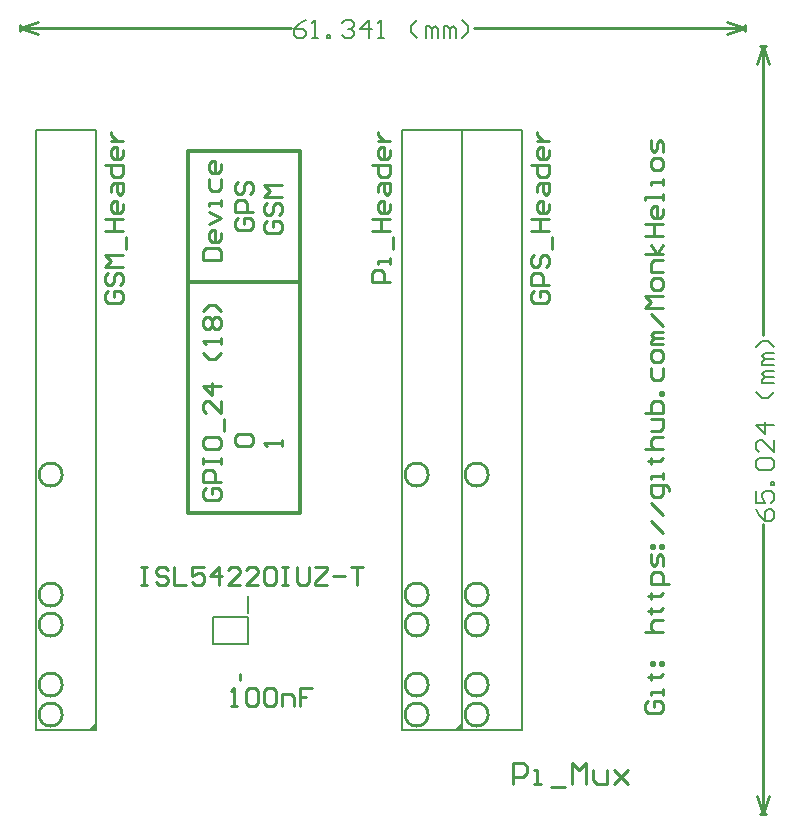
<source format=gto>
G04 Layer_Color=65535*
%FSLAX44Y44*%
%MOMM*%
G71*
G01*
G75*
%ADD12C,0.2540*%
%ADD14C,0.1524*%
%ADD19C,0.3048*%
%ADD20C,0.1270*%
%ADD21C,0.2000*%
D12*
X1096235Y946785D02*
G03*
X1096235Y946785I-9750J0D01*
G01*
Y845185D02*
G03*
X1096235Y845185I-9750J0D01*
G01*
Y819785D02*
G03*
X1096235Y819785I-9750J0D01*
G01*
X1406115Y946785D02*
G03*
X1406115Y946785I-9750J0D01*
G01*
Y845185D02*
G03*
X1406115Y845185I-9750J0D01*
G01*
Y819785D02*
G03*
X1406115Y819785I-9750J0D01*
G01*
Y768985D02*
G03*
X1406115Y768985I-9750J0D01*
G01*
Y743585D02*
G03*
X1406115Y743585I-9750J0D01*
G01*
X1456915Y768985D02*
G03*
X1456915Y768985I-9750J0D01*
G01*
Y743585D02*
G03*
X1456915Y743585I-9750J0D01*
G01*
Y819785D02*
G03*
X1456915Y819785I-9750J0D01*
G01*
Y845185D02*
G03*
X1456915Y845185I-9750J0D01*
G01*
Y946785D02*
G03*
X1456915Y946785I-9750J0D01*
G01*
X1096235Y768985D02*
G03*
X1096235Y768985I-9750J0D01*
G01*
Y743585D02*
G03*
X1096235Y743585I-9750J0D01*
G01*
X1247142Y772795D02*
Y777875D01*
X1218074Y935352D02*
X1215535Y932812D01*
Y927734D01*
X1218074Y925195D01*
X1228231D01*
X1230770Y927734D01*
Y932812D01*
X1228231Y935352D01*
X1223152D01*
Y930273D01*
X1230770Y940430D02*
X1215535D01*
Y948048D01*
X1218074Y950587D01*
X1223152D01*
X1225691Y948048D01*
Y940430D01*
X1215535Y955665D02*
Y960743D01*
Y958204D01*
X1230770D01*
Y955665D01*
Y960743D01*
X1215535Y975979D02*
Y970900D01*
X1218074Y968361D01*
X1228231D01*
X1230770Y970900D01*
Y975979D01*
X1228231Y978518D01*
X1218074D01*
X1215535Y975979D01*
X1233309Y983596D02*
Y993753D01*
X1230770Y1008988D02*
Y998831D01*
X1220613Y1008988D01*
X1218074D01*
X1215535Y1006449D01*
Y1001370D01*
X1218074Y998831D01*
X1230770Y1021684D02*
X1215535D01*
X1223152Y1014066D01*
Y1024223D01*
X1230770Y1049615D02*
X1225691Y1044536D01*
X1220613D01*
X1215535Y1049615D01*
X1230770Y1057232D02*
Y1062311D01*
Y1059771D01*
X1215535D01*
X1218074Y1057232D01*
Y1069928D02*
X1215535Y1072467D01*
Y1077546D01*
X1218074Y1080085D01*
X1220613D01*
X1223152Y1077546D01*
X1225691Y1080085D01*
X1228231D01*
X1230770Y1077546D01*
Y1072467D01*
X1228231Y1069928D01*
X1225691D01*
X1223152Y1072467D01*
X1220613Y1069928D01*
X1218074D01*
X1223152Y1072467D02*
Y1077546D01*
X1230770Y1085163D02*
X1225691Y1090242D01*
X1220613D01*
X1215535Y1085163D01*
Y1128329D02*
X1230770D01*
Y1135947D01*
X1228231Y1138486D01*
X1218074D01*
X1215535Y1135947D01*
Y1128329D01*
X1230770Y1151182D02*
Y1146104D01*
X1228231Y1143564D01*
X1223152D01*
X1220613Y1146104D01*
Y1151182D01*
X1223152Y1153721D01*
X1225691D01*
Y1143564D01*
X1220613Y1158799D02*
X1230770Y1163878D01*
X1220613Y1168956D01*
X1230770Y1174035D02*
Y1179113D01*
Y1176574D01*
X1220613D01*
Y1174035D01*
Y1196887D02*
Y1189270D01*
X1223152Y1186730D01*
X1228231D01*
X1230770Y1189270D01*
Y1196887D01*
Y1209583D02*
Y1204505D01*
X1228231Y1201965D01*
X1223152D01*
X1220613Y1204505D01*
Y1209583D01*
X1223152Y1212122D01*
X1225691D01*
Y1201965D01*
X1244991Y970900D02*
X1242452Y973439D01*
Y978518D01*
X1244991Y981057D01*
X1255148D01*
X1257687Y978518D01*
Y973439D01*
X1255148Y970900D01*
X1244991D01*
Y1163878D02*
X1242452Y1161339D01*
Y1156260D01*
X1244991Y1153721D01*
X1255148D01*
X1257687Y1156260D01*
Y1161339D01*
X1255148Y1163878D01*
X1250069D01*
Y1158799D01*
X1257687Y1168956D02*
X1242452D01*
Y1176574D01*
X1244991Y1179113D01*
X1250069D01*
X1252609Y1176574D01*
Y1168956D01*
X1244991Y1194348D02*
X1242452Y1191809D01*
Y1186730D01*
X1244991Y1184191D01*
X1247530D01*
X1250069Y1186730D01*
Y1191809D01*
X1252609Y1194348D01*
X1255148D01*
X1257687Y1191809D01*
Y1186730D01*
X1255148Y1184191D01*
X1282065Y970900D02*
Y975979D01*
Y973439D01*
X1266830D01*
X1269369Y970900D01*
Y1161339D02*
X1266830Y1158799D01*
Y1153721D01*
X1269369Y1151182D01*
X1279526D01*
X1282065Y1153721D01*
Y1158799D01*
X1279526Y1161339D01*
X1274447D01*
Y1156260D01*
X1269369Y1176574D02*
X1266830Y1174035D01*
Y1168956D01*
X1269369Y1166417D01*
X1271908D01*
X1274447Y1168956D01*
Y1174035D01*
X1276987Y1176574D01*
X1279526D01*
X1282065Y1174035D01*
Y1168956D01*
X1279526Y1166417D01*
X1282065Y1181652D02*
X1266830D01*
X1271908Y1186730D01*
X1266830Y1191809D01*
X1282065D01*
X1591949Y755012D02*
X1589410Y752473D01*
Y747394D01*
X1591949Y744855D01*
X1602106D01*
X1604645Y747394D01*
Y752473D01*
X1602106Y755012D01*
X1597027D01*
Y749933D01*
X1604645Y760090D02*
Y765168D01*
Y762629D01*
X1594488D01*
Y760090D01*
X1591949Y775325D02*
X1594488D01*
Y772786D01*
Y777864D01*
Y775325D01*
X1602106D01*
X1604645Y777864D01*
X1594488Y785482D02*
Y788021D01*
X1597027D01*
Y785482D01*
X1594488D01*
X1602106D02*
Y788021D01*
X1604645D01*
Y785482D01*
X1602106D01*
X1589410Y813413D02*
X1604645D01*
X1597027D01*
X1594488Y815952D01*
Y821030D01*
X1597027Y823569D01*
X1604645D01*
X1591949Y831187D02*
X1594488D01*
Y828648D01*
Y833726D01*
Y831187D01*
X1602106D01*
X1604645Y833726D01*
X1591949Y843883D02*
X1594488D01*
Y841344D01*
Y846422D01*
Y843883D01*
X1602106D01*
X1604645Y846422D01*
X1609723Y854040D02*
X1594488D01*
Y861657D01*
X1597027Y864196D01*
X1602106D01*
X1604645Y861657D01*
Y854040D01*
Y869275D02*
Y876892D01*
X1602106Y879431D01*
X1599567Y876892D01*
Y871814D01*
X1597027Y869275D01*
X1594488Y871814D01*
Y879431D01*
Y884510D02*
Y887049D01*
X1597027D01*
Y884510D01*
X1594488D01*
X1602106D02*
Y887049D01*
X1604645D01*
Y884510D01*
X1602106D01*
X1604645Y897206D02*
X1594488Y907362D01*
X1604645Y912441D02*
X1594488Y922598D01*
X1609723Y932754D02*
Y935293D01*
X1607184Y937832D01*
X1594488D01*
Y930215D01*
X1597027Y927676D01*
X1602106D01*
X1604645Y930215D01*
Y937832D01*
Y942911D02*
Y947989D01*
Y945450D01*
X1594488D01*
Y942911D01*
X1591949Y958146D02*
X1594488D01*
Y955607D01*
Y960685D01*
Y958146D01*
X1602106D01*
X1604645Y960685D01*
X1589410Y968303D02*
X1604645D01*
X1597027D01*
X1594488Y970842D01*
Y975920D01*
X1597027Y978459D01*
X1604645D01*
X1594488Y983538D02*
X1602106D01*
X1604645Y986077D01*
Y993695D01*
X1594488D01*
X1589410Y998773D02*
X1604645D01*
Y1006390D01*
X1602106Y1008930D01*
X1599567D01*
X1597027D01*
X1594488Y1006390D01*
Y998773D01*
X1604645Y1014008D02*
X1602106D01*
Y1016547D01*
X1604645D01*
Y1014008D01*
X1594488Y1036861D02*
Y1029243D01*
X1597027Y1026704D01*
X1602106D01*
X1604645Y1029243D01*
Y1036861D01*
Y1044478D02*
Y1049556D01*
X1602106Y1052096D01*
X1597027D01*
X1594488Y1049556D01*
Y1044478D01*
X1597027Y1041939D01*
X1602106D01*
X1604645Y1044478D01*
Y1057174D02*
X1594488D01*
Y1059713D01*
X1597027Y1062252D01*
X1604645D01*
X1597027D01*
X1594488Y1064791D01*
X1597027Y1067331D01*
X1604645D01*
Y1072409D02*
X1594488Y1082566D01*
X1604645Y1087644D02*
X1589410D01*
X1594488Y1092722D01*
X1589410Y1097801D01*
X1604645D01*
Y1105418D02*
Y1110497D01*
X1602106Y1113036D01*
X1597027D01*
X1594488Y1110497D01*
Y1105418D01*
X1597027Y1102879D01*
X1602106D01*
X1604645Y1105418D01*
Y1118114D02*
X1594488D01*
Y1125732D01*
X1597027Y1128271D01*
X1604645D01*
Y1133349D02*
X1589410D01*
X1599567D02*
X1594488Y1140967D01*
X1599567Y1133349D02*
X1604645Y1140967D01*
X1589410Y1148584D02*
X1604645D01*
X1597027D01*
Y1158741D01*
X1589410D01*
X1604645D01*
Y1171437D02*
Y1166359D01*
X1602106Y1163819D01*
X1597027D01*
X1594488Y1166359D01*
Y1171437D01*
X1597027Y1173976D01*
X1599567D01*
Y1163819D01*
X1604645Y1179054D02*
Y1184133D01*
Y1181594D01*
X1589410D01*
Y1179054D01*
X1604645Y1191750D02*
Y1196829D01*
Y1194290D01*
X1594488D01*
Y1191750D01*
X1604645Y1206985D02*
Y1212064D01*
X1602106Y1214603D01*
X1597027D01*
X1594488Y1212064D01*
Y1206985D01*
X1597027Y1204446D01*
X1602106D01*
X1604645Y1206985D01*
Y1219681D02*
Y1227299D01*
X1602106Y1229838D01*
X1599567Y1227299D01*
Y1222221D01*
X1597027Y1219681D01*
X1594488Y1222221D01*
Y1229838D01*
X1477645Y685165D02*
Y702939D01*
X1486532D01*
X1489494Y699977D01*
Y694052D01*
X1486532Y691090D01*
X1477645D01*
X1495419Y685165D02*
X1501344D01*
X1498382D01*
Y697014D01*
X1495419D01*
X1510231Y682203D02*
X1522081D01*
X1528005Y685165D02*
Y702939D01*
X1533930Y697014D01*
X1539855Y702939D01*
Y685165D01*
X1545780Y697014D02*
Y688127D01*
X1548742Y685165D01*
X1557629D01*
Y697014D01*
X1563554D02*
X1575403Y685165D01*
X1569479Y691090D01*
X1575403Y697014D01*
X1563554Y685165D01*
X1134749Y1102357D02*
X1132210Y1099818D01*
Y1094739D01*
X1134749Y1092200D01*
X1144906D01*
X1147445Y1094739D01*
Y1099818D01*
X1144906Y1102357D01*
X1139827D01*
Y1097278D01*
X1134749Y1117592D02*
X1132210Y1115053D01*
Y1109974D01*
X1134749Y1107435D01*
X1137288D01*
X1139827Y1109974D01*
Y1115053D01*
X1142367Y1117592D01*
X1144906D01*
X1147445Y1115053D01*
Y1109974D01*
X1144906Y1107435D01*
X1147445Y1122670D02*
X1132210D01*
X1137288Y1127748D01*
X1132210Y1132827D01*
X1147445D01*
X1149984Y1137905D02*
Y1148062D01*
X1132210Y1153140D02*
X1147445D01*
X1139827D01*
Y1163297D01*
X1132210D01*
X1147445D01*
Y1175993D02*
Y1170915D01*
X1144906Y1168375D01*
X1139827D01*
X1137288Y1170915D01*
Y1175993D01*
X1139827Y1178532D01*
X1142367D01*
Y1168375D01*
X1137288Y1186150D02*
Y1191228D01*
X1139827Y1193767D01*
X1147445D01*
Y1186150D01*
X1144906Y1183610D01*
X1142367Y1186150D01*
Y1193767D01*
X1132210Y1209002D02*
X1147445D01*
Y1201385D01*
X1144906Y1198846D01*
X1139827D01*
X1137288Y1201385D01*
Y1209002D01*
X1147445Y1221698D02*
Y1216620D01*
X1144906Y1214081D01*
X1139827D01*
X1137288Y1216620D01*
Y1221698D01*
X1139827Y1224237D01*
X1142367D01*
Y1214081D01*
X1137288Y1229316D02*
X1147445D01*
X1142367D01*
X1139827Y1231855D01*
X1137288Y1234394D01*
Y1236933D01*
X1374140Y1109980D02*
X1358905D01*
Y1117598D01*
X1361444Y1120137D01*
X1366523D01*
X1369062Y1117598D01*
Y1109980D01*
X1374140Y1125215D02*
Y1130293D01*
Y1127754D01*
X1363983D01*
Y1125215D01*
X1376679Y1137911D02*
Y1148068D01*
X1358905Y1153146D02*
X1374140D01*
X1366523D01*
Y1163303D01*
X1358905D01*
X1374140D01*
Y1175999D02*
Y1170920D01*
X1371601Y1168381D01*
X1366523D01*
X1363983Y1170920D01*
Y1175999D01*
X1366523Y1178538D01*
X1369062D01*
Y1168381D01*
X1363983Y1186155D02*
Y1191234D01*
X1366523Y1193773D01*
X1374140D01*
Y1186155D01*
X1371601Y1183616D01*
X1369062Y1186155D01*
Y1193773D01*
X1358905Y1209008D02*
X1374140D01*
Y1201390D01*
X1371601Y1198851D01*
X1366523D01*
X1363983Y1201390D01*
Y1209008D01*
X1374140Y1221704D02*
Y1216626D01*
X1371601Y1214086D01*
X1366523D01*
X1363983Y1216626D01*
Y1221704D01*
X1366523Y1224243D01*
X1369062D01*
Y1214086D01*
X1363983Y1229321D02*
X1374140D01*
X1369062D01*
X1366523Y1231861D01*
X1363983Y1234400D01*
Y1236939D01*
X1496064Y1102357D02*
X1493525Y1099818D01*
Y1094739D01*
X1496064Y1092200D01*
X1506221D01*
X1508760Y1094739D01*
Y1099818D01*
X1506221Y1102357D01*
X1501142D01*
Y1097278D01*
X1508760Y1107435D02*
X1493525D01*
Y1115053D01*
X1496064Y1117592D01*
X1501142D01*
X1503682Y1115053D01*
Y1107435D01*
X1496064Y1132827D02*
X1493525Y1130288D01*
Y1125209D01*
X1496064Y1122670D01*
X1498603D01*
X1501142Y1125209D01*
Y1130288D01*
X1503682Y1132827D01*
X1506221D01*
X1508760Y1130288D01*
Y1125209D01*
X1506221Y1122670D01*
X1511299Y1137905D02*
Y1148062D01*
X1493525Y1153140D02*
X1508760D01*
X1501142D01*
Y1163297D01*
X1493525D01*
X1508760D01*
Y1175993D02*
Y1170915D01*
X1506221Y1168375D01*
X1501142D01*
X1498603Y1170915D01*
Y1175993D01*
X1501142Y1178532D01*
X1503682D01*
Y1168375D01*
X1498603Y1186150D02*
Y1191228D01*
X1501142Y1193767D01*
X1508760D01*
Y1186150D01*
X1506221Y1183610D01*
X1503682Y1186150D01*
Y1193767D01*
X1493525Y1209002D02*
X1508760D01*
Y1201385D01*
X1506221Y1198846D01*
X1501142D01*
X1498603Y1201385D01*
Y1209002D01*
X1508760Y1221698D02*
Y1216620D01*
X1506221Y1214081D01*
X1501142D01*
X1498603Y1216620D01*
Y1221698D01*
X1501142Y1224237D01*
X1503682D01*
Y1214081D01*
X1498603Y1229316D02*
X1508760D01*
X1503682D01*
X1501142Y1231855D01*
X1498603Y1234394D01*
Y1236933D01*
X1163320Y868675D02*
X1168398D01*
X1165859D01*
Y853440D01*
X1163320D01*
X1168398D01*
X1186173Y866136D02*
X1183633Y868675D01*
X1178555D01*
X1176016Y866136D01*
Y863597D01*
X1178555Y861058D01*
X1183633D01*
X1186173Y858518D01*
Y855979D01*
X1183633Y853440D01*
X1178555D01*
X1176016Y855979D01*
X1191251Y868675D02*
Y853440D01*
X1201408D01*
X1216643Y868675D02*
X1206486D01*
Y861058D01*
X1211564Y863597D01*
X1214104D01*
X1216643Y861058D01*
Y855979D01*
X1214104Y853440D01*
X1209025D01*
X1206486Y855979D01*
X1229339Y853440D02*
Y868675D01*
X1221721Y861058D01*
X1231878D01*
X1247113Y853440D02*
X1236956D01*
X1247113Y863597D01*
Y866136D01*
X1244574Y868675D01*
X1239495D01*
X1236956Y866136D01*
X1262348Y853440D02*
X1252191D01*
X1262348Y863597D01*
Y866136D01*
X1259809Y868675D01*
X1254730D01*
X1252191Y866136D01*
X1267426D02*
X1269966Y868675D01*
X1275044D01*
X1277583Y866136D01*
Y855979D01*
X1275044Y853440D01*
X1269966D01*
X1267426Y855979D01*
Y866136D01*
X1282661Y868675D02*
X1287740D01*
X1285201D01*
Y853440D01*
X1282661D01*
X1287740D01*
X1295357Y868675D02*
Y855979D01*
X1297897Y853440D01*
X1302975D01*
X1305514Y855979D01*
Y868675D01*
X1310592D02*
X1320749D01*
Y866136D01*
X1310592Y855979D01*
Y853440D01*
X1320749D01*
X1325827Y861058D02*
X1335984D01*
X1341062Y868675D02*
X1351219D01*
X1346141D01*
Y853440D01*
X1239520Y750570D02*
X1244598D01*
X1242059D01*
Y765805D01*
X1239520Y763266D01*
X1252216D02*
X1254755Y765805D01*
X1259833D01*
X1262373Y763266D01*
Y753109D01*
X1259833Y750570D01*
X1254755D01*
X1252216Y753109D01*
Y763266D01*
X1267451D02*
X1269990Y765805D01*
X1275069D01*
X1277608Y763266D01*
Y753109D01*
X1275069Y750570D01*
X1269990D01*
X1267451Y753109D01*
Y763266D01*
X1282686Y750570D02*
Y760727D01*
X1290304D01*
X1292843Y758187D01*
Y750570D01*
X1308078Y765805D02*
X1297921D01*
Y758187D01*
X1303000D01*
X1297921D01*
Y750570D01*
X1687195Y1310005D02*
X1692275D01*
X1687195Y659765D02*
X1692275D01*
X1689735Y1310005D02*
X1694815Y1294765D01*
X1684655D02*
X1689735Y1310005D01*
Y659765D02*
X1694815Y675005D01*
X1684655D02*
X1689735Y659765D01*
Y1065124D02*
Y1310005D01*
Y659765D02*
Y904646D01*
X1674262Y1322705D02*
Y1327785D01*
X1060852Y1322705D02*
Y1327785D01*
X1659022Y1320165D02*
X1674262Y1325245D01*
X1659022Y1330325D02*
X1674262Y1325245D01*
X1060852D02*
X1076092Y1320165D01*
X1060852Y1325245D02*
X1076092Y1330325D01*
X1445258Y1325245D02*
X1674262D01*
X1060852D02*
X1289857D01*
D14*
X1683642Y917342D02*
X1686181Y912264D01*
X1691259Y907186D01*
X1696337D01*
X1698876Y909725D01*
Y914803D01*
X1696337Y917342D01*
X1693798D01*
X1691259Y914803D01*
Y907186D01*
X1683642Y932577D02*
Y922421D01*
X1691259D01*
X1688720Y927499D01*
Y930038D01*
X1691259Y932577D01*
X1696337D01*
X1698876Y930038D01*
Y924960D01*
X1696337Y922421D01*
X1698876Y937656D02*
X1696337D01*
Y940195D01*
X1698876D01*
Y937656D01*
X1686181Y950352D02*
X1683642Y952891D01*
Y957969D01*
X1686181Y960508D01*
X1696337D01*
X1698876Y957969D01*
Y952891D01*
X1696337Y950352D01*
X1686181D01*
X1698876Y975743D02*
Y965587D01*
X1688720Y975743D01*
X1686181D01*
X1683642Y973204D01*
Y968126D01*
X1686181Y965587D01*
X1698876Y988439D02*
X1683642D01*
X1691259Y980822D01*
Y990978D01*
X1698876Y1016370D02*
X1693798Y1011292D01*
X1688720D01*
X1683642Y1016370D01*
X1698876Y1023988D02*
X1688720D01*
Y1026527D01*
X1691259Y1029066D01*
X1698876D01*
X1691259D01*
X1688720Y1031605D01*
X1691259Y1034145D01*
X1698876D01*
Y1039223D02*
X1688720D01*
Y1041762D01*
X1691259Y1044301D01*
X1698876D01*
X1691259D01*
X1688720Y1046841D01*
X1691259Y1049380D01*
X1698876D01*
Y1054458D02*
X1693798Y1059536D01*
X1688720D01*
X1683642Y1054458D01*
X1302554Y1331339D02*
X1297475Y1328799D01*
X1292397Y1323721D01*
Y1318643D01*
X1294936Y1316104D01*
X1300015D01*
X1302554Y1318643D01*
Y1321182D01*
X1300015Y1323721D01*
X1292397D01*
X1307632Y1316104D02*
X1312711D01*
X1310171D01*
Y1331339D01*
X1307632Y1328799D01*
X1320328Y1316104D02*
Y1318643D01*
X1322867D01*
Y1316104D01*
X1320328D01*
X1333024Y1328799D02*
X1335563Y1331339D01*
X1340642D01*
X1343181Y1328799D01*
Y1326260D01*
X1340642Y1323721D01*
X1338102D01*
X1340642D01*
X1343181Y1321182D01*
Y1318643D01*
X1340642Y1316104D01*
X1335563D01*
X1333024Y1318643D01*
X1355877Y1316104D02*
Y1331339D01*
X1348259Y1323721D01*
X1358416D01*
X1363494Y1316104D02*
X1368573D01*
X1366033D01*
Y1331339D01*
X1363494Y1328799D01*
X1396503Y1316104D02*
X1391425Y1321182D01*
Y1326260D01*
X1396503Y1331339D01*
X1404121Y1316104D02*
Y1326260D01*
X1406660D01*
X1409199Y1323721D01*
Y1316104D01*
Y1323721D01*
X1411739Y1326260D01*
X1414278Y1323721D01*
Y1316104D01*
X1419356D02*
Y1326260D01*
X1421895D01*
X1424434Y1323721D01*
Y1316104D01*
Y1323721D01*
X1426974Y1326260D01*
X1429513Y1323721D01*
Y1316104D01*
X1434591D02*
X1439669Y1321182D01*
Y1326260D01*
X1434591Y1331339D01*
D19*
X1202690Y1109980D02*
X1297305D01*
X1202690Y914400D02*
X1297305D01*
Y1221105D01*
X1202690D02*
X1297305D01*
X1202690Y914400D02*
Y1221105D01*
D20*
X1429385Y730885D02*
X1434465Y735965D01*
X1119505Y730885D02*
X1124585Y735965D01*
X1122045Y730885D02*
X1124585Y733425D01*
X1122045D02*
X1124585Y730885D01*
X1122045Y733425D02*
X1124585D01*
X1122045Y730885D02*
Y733425D01*
X1431925Y730885D02*
Y733425D01*
X1434465D01*
Y730885D02*
Y733425D01*
X1431925D02*
X1434465Y730885D01*
D21*
X1253885Y829705D02*
Y843705D01*
X1223885Y826205D02*
X1253885D01*
X1223885Y803205D02*
Y826205D01*
Y803205D02*
X1253885D01*
Y826205D01*
X1073785Y1238885D02*
X1124585D01*
X1073785Y730885D02*
X1124585D01*
X1073785D02*
Y1238885D01*
X1124585Y730885D02*
Y1238885D01*
X1383665D02*
X1434465D01*
X1383665Y730885D02*
X1434465D01*
X1383665D02*
Y1238885D01*
X1434465Y730885D02*
Y1238885D01*
X1485265D01*
X1434465Y730885D02*
X1485265D01*
X1434465D02*
Y1238885D01*
X1485265Y730885D02*
Y1238885D01*
M02*

</source>
